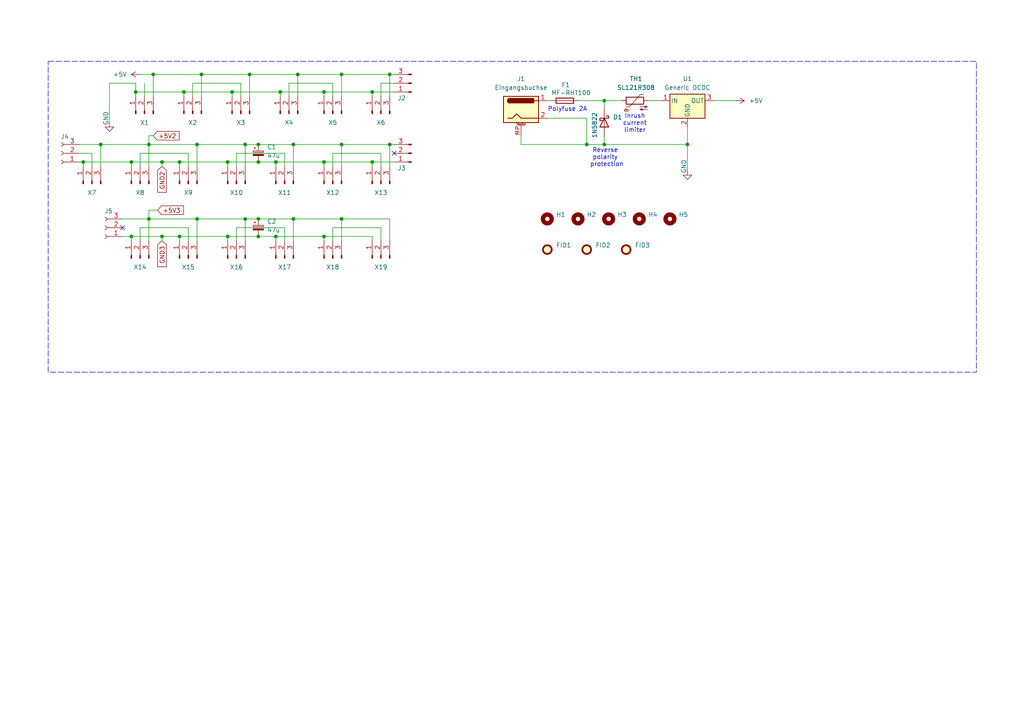
<source format=kicad_sch>
(kicad_sch (version 20250114) (generator "eeschema") (generator_version "9.0")
  (paper "A4")
  (lib_symbols
    (symbol "Connector:Barrel_Jack_MountingPin" (pin_names (hide yes))
      (property "Reference" "J" (at 0 5.334 0))
      (property "Value" "Barrel_Jack_MountingPin" (at 1.27 -6.35 0))
      (symbol "Barrel_Jack_MountingPin_0_1"
        (rectangle (start -5.08 3.81) (end 5.08 -3.81) (stroke (width 0.254)) (fill (type background)))
        (polyline (pts (xy -3.81 -2.54) (xy -2.54 -2.54) (xy -1.27 -1.27) (xy 0 -2.54) (xy 2.54 -2.54) (xy 5.08 -2.54)) (stroke (width 0.254)))
        (arc (start -3.302 1.905) (mid -3.9343 2.54) (end -3.302 3.175) (stroke (width 0.254)))
        (arc (start -3.302 1.905) (mid -3.9343 2.54) (end -3.302 3.175) (stroke (width 0.254)) (fill (type outline)))
        (rectangle (start 3.683 3.175) (end -3.302 1.905) (stroke (width 0.254)) (fill (type outline)))
        (polyline (pts (xy 5.08 2.54) (xy 3.81 2.54)) (stroke (width 0.254)))
      )
      (symbol "Barrel_Jack_MountingPin_1_1"
        (polyline (pts (xy -1.016 -4.572) (xy 1.016 -4.572)) (stroke (width 0.1524)))
        (text "Mounting" (at 0 -4.191 0) (effects (font (size 0.381 0.381))))
        (pin passive line (at 0 -7.62 90) (length 3.048) (name "MountPin") (number "MP"))
        (pin passive line (at 7.62 2.54 180) (length 2.54) (name "~") (number "1"))
        (pin passive line (at 7.62 -2.54 180) (length 2.54) (name "~") (number "2"))
      )
    )
    (symbol "Connector:Conn_01x03_Pin" (pin_names (offset 1.016) (hide yes))
      (property "Reference" "J" (at 0 5.08 0))
      (property "Value" "Conn_01x03_Pin" (at 0 -5.08 0))
      (symbol "Conn_01x03_Pin_1_1"
        (rectangle (start 0.8636 2.667) (end 0 2.413) (stroke (width 0.1524)) (fill (type outline)))
        (rectangle (start 0.8636 0.127) (end 0 -0.127) (stroke (width 0.1524)) (fill (type outline)))
        (rectangle (start 0.8636 -2.413) (end 0 -2.667) (stroke (width 0.1524)) (fill (type outline)))
        (polyline (pts (xy 1.27 2.54) (xy 0.8636 2.54)) (stroke (width 0.1524)))
        (polyline (pts (xy 1.27 0) (xy 0.8636 0)) (stroke (width 0.1524)))
        (polyline (pts (xy 1.27 -2.54) (xy 0.8636 -2.54)) (stroke (width 0.1524)))
        (pin passive line (at 5.08 2.54 180) (length 3.81) (name "Pin_1") (number "1"))
        (pin passive line (at 5.08 0 180) (length 3.81) (name "Pin_2") (number "2"))
        (pin passive line (at 5.08 -2.54 180) (length 3.81) (name "Pin_3") (number "3"))
      )
    )
    (symbol "Connector:Conn_01x03_Socket" (pin_names (offset 1.016) (hide yes))
      (property "Reference" "J" (at 0 5.08 0))
      (property "Value" "Conn_01x03_Socket" (at 0 -5.08 0))
      (symbol "Conn_01x03_Socket_1_1"
        (polyline (pts (xy -1.27 2.54) (xy -0.508 2.54)) (stroke (width 0.1524)))
        (polyline (pts (xy -1.27 0) (xy -0.508 0)) (stroke (width 0.1524)))
        (polyline (pts (xy -1.27 -2.54) (xy -0.508 -2.54)) (stroke (width 0.1524)))
        (arc (start 0 2.032) (mid -0.5058 2.54) (end 0 3.048) (stroke (width 0.1524)))
        (arc (start 0 -0.508) (mid -0.5058 0) (end 0 0.508) (stroke (width 0.1524)))
        (arc (start 0 -3.048) (mid -0.5058 -2.54) (end 0 -2.032) (stroke (width 0.1524)))
        (pin passive line (at -5.08 2.54 0) (length 3.81) (name "Pin_1") (number "1"))
        (pin passive line (at -5.08 0 0) (length 3.81) (name "Pin_2") (number "2"))
        (pin passive line (at -5.08 -2.54 0) (length 3.81) (name "Pin_3") (number "3"))
      )
    )
    (symbol "Device:C_Polarized_Small" (pin_numbers (hide yes)) (pin_names (offset 0.254) (hide yes))
      (property "Reference" "C" (at 0.254 1.778 0))
      (property "Value" "C_Polarized_Small" (at 0.254 -2.032 0))
      (symbol "C_Polarized_Small_0_1"
        (rectangle (start -1.524 0.6858) (end 1.524 0.3048))
        (rectangle (start -1.524 -0.3048) (end 1.524 -0.6858) (fill (type outline)))
        (polyline (pts (xy -1.27 1.524) (xy -0.762 1.524)))
        (polyline (pts (xy -1.016 1.27) (xy -1.016 1.778)))
      )
      (symbol "C_Polarized_Small_1_1"
        (pin passive line (at 0 2.54 270) (length 1.8542) (name "~") (number "1"))
        (pin passive line (at 0 -2.54 90) (length 1.8542) (name "~") (number "2"))
      )
    )
    (symbol "Device:D_Schottky" (pin_numbers (hide yes)) (pin_names (offset 1.016) (hide yes))
      (property "Reference" "D" (at 0 2.54 0))
      (property "Value" "D_Schottky" (at 0 -2.54 0))
      (symbol "D_Schottky_0_1"
        (polyline (pts (xy -1.905 0.635) (xy -1.905 1.27) (xy -1.27 1.27) (xy -1.27 -1.27) (xy -0.635 -1.27) (xy -0.635 -0.635)) (stroke (width 0.254)))
        (polyline (pts (xy 1.27 1.27) (xy 1.27 -1.27) (xy -1.27 0) (xy 1.27 1.27)) (stroke (width 0.254)))
        (polyline (pts (xy 1.27 0) (xy -1.27 0)))
      )
      (symbol "D_Schottky_1_1"
        (pin passive line (at -3.81 0 0) (length 2.54) (name "K") (number "1"))
        (pin passive line (at 3.81 0 180) (length 2.54) (name "A") (number "2"))
      )
    )
    (symbol "Device:Fuse" (pin_numbers (hide yes)) (pin_names (offset 0))
      (property "Reference" "F" (at 2.032 0 90))
      (property "Value" "Fuse" (at -1.905 0 90))
      (symbol "Fuse_0_1"
        (rectangle (start -0.762 -2.54) (end 0.762 2.54) (stroke (width 0.254)))
        (polyline (pts (xy 0 2.54) (xy 0 -2.54)))
      )
      (symbol "Fuse_1_1"
        (pin passive line (at 0 3.81 270) (length 1.27) (name "~") (number "1"))
        (pin passive line (at 0 -3.81 90) (length 1.27) (name "~") (number "2"))
      )
    )
    (symbol "Device:Thermistor_NTC" (pin_numbers (hide yes)) (pin_names (offset 0))
      (property "Reference" "TH" (at -4.445 0 90))
      (property "Value" "Thermistor_NTC" (at 3.175 0 90))
      (symbol "Thermistor_NTC_0_1"
        (arc (start -3.175 2.413) (mid -3.0506 2.3165) (end -3.048 2.159))
        (arc (start -3.048 2.794) (mid -2.9736 2.9736) (end -2.794 3.048))
        (arc (start -2.794 3.048) (mid -2.6144 2.9736) (end -2.54 2.794))
        (arc (start -2.794 2.54) (mid -2.9736 2.6144) (end -3.048 2.794))
        (arc (start -2.794 1.905) (mid -2.9736 1.9794) (end -3.048 2.159))
        (arc (start -2.54 2.159) (mid -2.6144 1.9794) (end -2.794 1.905))
        (arc (start -2.159 2.794) (mid -2.434 2.5608) (end -2.794 2.54))
        (polyline (pts (xy -2.54 2.159) (xy -2.54 2.794)))
        (polyline (pts (xy -2.54 -3.683) (xy -2.54 -1.397) (xy -2.794 -2.159) (xy -2.286 -2.159) (xy -2.54 -1.397) (xy -2.54 -1.651)) (fill (type outline)))
        (polyline (pts (xy -1.778 2.54) (xy -1.778 1.524) (xy 1.778 -1.524) (xy 1.778 -2.54)))
        (polyline (pts (xy -1.778 -1.397) (xy -1.778 -3.683) (xy -2.032 -2.921) (xy -1.524 -2.921) (xy -1.778 -3.683) (xy -1.778 -3.429)) (fill (type outline)))
        (rectangle (start -1.016 2.54) (end 1.016 -2.54) (stroke (width 0.254)))
      )
      (symbol "Thermistor_NTC_1_1"
        (pin passive line (at 0 3.81 270) (length 1.27) (name "~") (number "1"))
        (pin passive line (at 0 -3.81 90) (length 1.27) (name "~") (number "2"))
      )
    )
    (symbol "Mechanical:Fiducial" (exclude_from_sim yes) (in_bom no)
      (property "Reference" "FID" (at 0 5.08 0))
      (property "Value" "Fiducial" (at 0 3.175 0))
      (symbol "Fiducial_0_1"
        (circle (center 0 0) (radius 1.27) (stroke (width 0.508)) (fill (type background)))
      )
    )
    (symbol "Mechanical:MountingHole" (pin_names (offset 1.016)) (exclude_from_sim yes) (in_bom no)
      (property "Reference" "H" (at 0 5.08 0))
      (property "Value" "MountingHole" (at 0 3.175 0))
      (symbol "MountingHole_0_1"
        (circle (center 0 0) (radius 1.27) (stroke (width 1.27)))
      )
    )
    (symbol "Regulator_Switching:R-78B5.0-2.0" (pin_names (offset 0.254))
      (property "Reference" "U" (at -3.81 3.175 0))
      (property "Value" "R-78B5.0-2.0" (at 0 3.175 0))
      (symbol "R-78B5.0-2.0_0_1"
        (rectangle (start -5.08 1.905) (end 5.08 -5.08) (stroke (width 0.254)) (fill (type background)))
      )
      (symbol "R-78B5.0-2.0_1_1"
        (pin power_in line (at -7.62 0 0) (length 2.54) (name "IN") (number "1"))
        (pin power_in line (at 0 -7.62 90) (length 2.54) (name "GND") (number "2"))
        (pin power_out line (at 7.62 0 180) (length 2.54) (name "OUT") (number "3"))
      )
    )
    (symbol "power:+5V" (power) (pin_numbers (hide yes)) (pin_names (offset 0) (hide yes))
      (property "Value" "+5V" (at 0 3.556 0))
      (symbol "+5V_0_1"
        (polyline (pts (xy -0.762 1.27) (xy 0 2.54)))
        (polyline (pts (xy 0 2.54) (xy 0.762 1.27)))
        (polyline (pts (xy 0 0) (xy 0 2.54)))
      )
      (symbol "+5V_1_1"
        (pin power_in line (at 0 0 90) (length 0) (name "~") (number "1"))
      )
    )
    (symbol "power:GND" (power) (pin_numbers (hide yes)) (pin_names (offset 0) (hide yes))
      (property "Value" "GND" (at 0 -3.81 0))
      (symbol "GND_0_1"
        (polyline (pts (xy 0 0) (xy 0 -1.27) (xy 1.27 -1.27) (xy 0 -2.54) (xy -1.27 -1.27) (xy 0 -1.27)))
      )
      (symbol "GND_1_1"
        (pin power_in line (at 0 0 270) (length 0) (name "~") (number "1"))
      )
    )
  )
  (rectangle (start 13.97 17.78) (end 283.21 107.95) (stroke (width 0) (type dash)))
  (text "Polyfuse 2A" (at 164.592 31.75 0) (effects (font (size 1.27 1.27))))
  (text "Inrush\ncurrent\nlimiter" (at 184.15 35.814 0) (effects (font (size 1.27 1.27))))
  (text "Reverse \npolarity \nprotection" (at 176.022 45.72 0) (effects (font (size 1.27 1.27))))
  (junction (at 46.99 68.58))
  (junction (at 38.1 46.99))
  (junction (at 52.07 68.58))
  (junction (at 85.09 63.5))
  (junction (at 74.93 63.5))
  (junction (at 66.04 46.99))
  (junction (at 85.09 41.91))
  (junction (at 107.95 26.67))
  (junction (at 43.18 63.5))
  (junction (at 93.98 46.99))
  (junction (at 81.28 26.67))
  (junction (at 52.07 46.99))
  (junction (at 80.01 46.99))
  (junction (at 93.98 26.67))
  (junction (at 46.99 46.99))
  (junction (at 24.13 46.99))
  (junction (at 113.03 41.91))
  (junction (at 43.18 41.91))
  (junction (at 57.15 41.91))
  (junction (at 39.37 26.67))
  (junction (at 67.31 26.67))
  (junction (at 80.01 68.58))
  (junction (at 99.06 41.91))
  (junction (at 66.04 68.58))
  (junction (at 53.34 26.67))
  (junction (at 199.39 41.91))
  (junction (at 72.39 21.59))
  (junction (at 113.03 21.59))
  (junction (at 71.12 41.91))
  (junction (at 58.42 21.59))
  (junction (at 99.06 21.59))
  (junction (at 74.93 41.91))
  (junction (at 107.95 46.99))
  (junction (at 57.15 63.5))
  (junction (at 175.26 29.21))
  (junction (at 74.93 46.99))
  (junction (at 175.26 41.91))
  (junction (at 170.18 41.91))
  (junction (at 44.45 21.59))
  (junction (at 71.12 63.5))
  (junction (at 93.98 68.58))
  (junction (at 29.21 41.91))
  (junction (at 86.36 21.59))
  (junction (at 38.1 68.58))
  (junction (at 74.93 68.58))
  (junction (at 99.06 63.5))
  (no_connect (at 35.56 66.04))
  (no_connect (at 114.3 44.45))
  (wire (pts (xy 35.56 63.5) (xy 43.18 63.5)))
  (wire (pts (xy 66.04 69.85) (xy 66.04 68.58)))
  (wire (pts (xy 43.18 39.37) (xy 43.18 41.91)))
  (wire (pts (xy 86.36 21.59) (xy 86.36 27.94)))
  (wire (pts (xy 96.52 44.45) (xy 96.52 48.26)))
  (wire (pts (xy 113.03 63.5) (xy 113.03 69.85)))
  (wire (pts (xy 57.15 63.5) (xy 71.12 63.5)))
  (wire (pts (xy 22.86 41.91) (xy 29.21 41.91)))
  (wire (pts (xy 113.03 41.91) (xy 114.3 41.91)))
  (wire (pts (xy 107.95 69.85) (xy 107.95 68.58)))
  (wire (pts (xy 40.64 66.04) (xy 54.61 66.04)))
  (wire (pts (xy 93.98 27.94) (xy 93.98 26.67)))
  (wire (pts (xy 107.95 46.99) (xy 114.3 46.99)))
  (wire (pts (xy 110.49 66.04) (xy 110.49 69.85)))
  (wire (pts (xy 66.04 46.99) (xy 74.93 46.99)))
  (wire (pts (xy 93.98 68.58) (xy 107.95 68.58)))
  (wire (pts (xy 71.12 41.91) (xy 71.12 48.26)))
  (wire (pts (xy 80.01 69.85) (xy 80.01 68.58)))
  (wire (pts (xy 175.26 39.37) (xy 175.26 41.91)))
  (wire (pts (xy 99.06 63.5) (xy 99.06 69.85)))
  (wire (pts (xy 107.95 26.67) (xy 114.3 26.67)))
  (wire (pts (xy 72.39 27.94) (xy 72.39 21.59)))
  (wire (pts (xy 82.55 48.26) (xy 82.55 44.45)))
  (wire (pts (xy 43.18 39.37) (xy 44.45 39.37)))
  (wire (pts (xy 207.01 29.21) (xy 213.36 29.21)))
  (wire (pts (xy 39.37 26.67) (xy 39.37 24.13)))
  (wire (pts (xy 93.98 46.99) (xy 107.95 46.99)))
  (wire (pts (xy 80.01 46.99) (xy 93.98 46.99)))
  (wire (pts (xy 99.06 41.91) (xy 113.03 41.91)))
  (wire (pts (xy 175.26 29.21) (xy 175.26 31.75)))
  (wire (pts (xy 52.07 48.26) (xy 52.07 46.99)))
  (wire (pts (xy 38.1 48.26) (xy 38.1 46.99)))
  (wire (pts (xy 39.37 27.94) (xy 39.37 26.67)))
  (wire (pts (xy 86.36 21.59) (xy 99.06 21.59)))
  (wire (pts (xy 43.18 41.91) (xy 57.15 41.91)))
  (wire (pts (xy 68.58 44.45) (xy 68.58 48.26)))
  (wire (pts (xy 67.31 27.94) (xy 67.31 26.67)))
  (wire (pts (xy 80.01 48.26) (xy 80.01 46.99)))
  (wire (pts (xy 40.64 44.45) (xy 54.61 44.45)))
  (wire (pts (xy 72.39 21.59) (xy 86.36 21.59)))
  (wire (pts (xy 82.55 69.85) (xy 82.55 66.04)))
  (wire (pts (xy 83.82 24.13) (xy 83.82 27.94)))
  (wire (pts (xy 85.09 41.91) (xy 99.06 41.91)))
  (wire (pts (xy 99.06 27.94) (xy 99.06 21.59)))
  (wire (pts (xy 110.49 24.13) (xy 110.49 27.94)))
  (wire (pts (xy 52.07 68.58) (xy 66.04 68.58)))
  (wire (pts (xy 52.07 69.85) (xy 52.07 68.58)))
  (wire (pts (xy 93.98 69.85) (xy 93.98 68.58)))
  (wire (pts (xy 54.61 69.85) (xy 54.61 66.04)))
  (wire (pts (xy 187.96 29.21) (xy 191.77 29.21)))
  (wire (pts (xy 41.91 27.94) (xy 41.91 24.13)))
  (wire (pts (xy 96.52 44.45) (xy 110.49 44.45)))
  (wire (pts (xy 43.18 63.5) (xy 57.15 63.5)))
  (wire (pts (xy 80.01 68.58) (xy 93.98 68.58)))
  (wire (pts (xy 53.34 27.94) (xy 53.34 26.67)))
  (wire (pts (xy 39.37 24.13) (xy 31.75 24.13)))
  (wire (pts (xy 40.64 44.45) (xy 40.64 48.26)))
  (wire (pts (xy 113.03 41.91) (xy 113.03 48.26)))
  (wire (pts (xy 107.95 27.94) (xy 107.95 26.67)))
  (wire (pts (xy 199.39 41.91) (xy 199.39 36.83)))
  (wire (pts (xy 35.56 68.58) (xy 38.1 68.58)))
  (wire (pts (xy 96.52 66.04) (xy 110.49 66.04)))
  (wire (pts (xy 43.18 60.96) (xy 45.72 60.96)))
  (wire (pts (xy 199.39 41.91) (xy 199.39 49.53)))
  (wire (pts (xy 74.93 63.5) (xy 85.09 63.5)))
  (wire (pts (xy 151.13 41.91) (xy 170.18 41.91)))
  (wire (pts (xy 71.12 63.5) (xy 74.93 63.5)))
  (wire (pts (xy 71.12 41.91) (xy 74.93 41.91)))
  (wire (pts (xy 99.06 21.59) (xy 113.03 21.59)))
  (wire (pts (xy 85.09 63.5) (xy 99.06 63.5)))
  (wire (pts (xy 22.86 44.45) (xy 26.67 44.45)))
  (wire (pts (xy 57.15 41.91) (xy 71.12 41.91)))
  (wire (pts (xy 74.93 68.58) (xy 80.01 68.58)))
  (wire (pts (xy 68.58 66.04) (xy 82.55 66.04)))
  (wire (pts (xy 55.88 24.13) (xy 69.85 24.13)))
  (wire (pts (xy 46.99 68.58) (xy 46.99 69.85)))
  (wire (pts (xy 29.21 48.26) (xy 29.21 41.91)))
  (wire (pts (xy 52.07 46.99) (xy 66.04 46.99)))
  (wire (pts (xy 58.42 27.94) (xy 58.42 21.59)))
  (wire (pts (xy 44.45 21.59) (xy 44.45 27.94)))
  (wire (pts (xy 151.13 39.37) (xy 151.13 41.91)))
  (wire (pts (xy 68.58 66.04) (xy 68.58 69.85)))
  (wire (pts (xy 38.1 69.85) (xy 38.1 68.58)))
  (wire (pts (xy 66.04 48.26) (xy 66.04 46.99)))
  (wire (pts (xy 110.49 24.13) (xy 114.3 24.13)))
  (wire (pts (xy 99.06 41.91) (xy 99.06 48.26)))
  (wire (pts (xy 43.18 63.5) (xy 43.18 69.85)))
  (wire (pts (xy 167.64 29.21) (xy 175.26 29.21)))
  (wire (pts (xy 85.09 48.26) (xy 85.09 41.91)))
  (wire (pts (xy 26.67 48.26) (xy 26.67 44.45)))
  (wire (pts (xy 40.64 21.59) (xy 44.45 21.59)))
  (wire (pts (xy 81.28 27.94) (xy 81.28 26.67)))
  (wire (pts (xy 175.26 41.91) (xy 199.39 41.91)))
  (wire (pts (xy 38.1 46.99) (xy 46.99 46.99)))
  (wire (pts (xy 22.86 46.99) (xy 24.13 46.99)))
  (wire (pts (xy 107.95 48.26) (xy 107.95 46.99)))
  (wire (pts (xy 71.12 63.5) (xy 71.12 69.85)))
  (wire (pts (xy 158.75 29.21) (xy 160.02 29.21)))
  (wire (pts (xy 113.03 21.59) (xy 113.03 27.94)))
  (wire (pts (xy 44.45 21.59) (xy 58.42 21.59)))
  (wire (pts (xy 57.15 41.91) (xy 57.15 48.26)))
  (wire (pts (xy 57.15 69.85) (xy 57.15 63.5)))
  (wire (pts (xy 93.98 48.26) (xy 93.98 46.99)))
  (wire (pts (xy 74.93 46.99) (xy 80.01 46.99)))
  (wire (pts (xy 67.31 26.67) (xy 81.28 26.67)))
  (wire (pts (xy 68.58 44.45) (xy 82.55 44.45)))
  (wire (pts (xy 66.04 68.58) (xy 74.93 68.58)))
  (wire (pts (xy 175.26 29.21) (xy 180.34 29.21)))
  (wire (pts (xy 46.99 46.99) (xy 46.99 48.26)))
  (wire (pts (xy 81.28 26.67) (xy 93.98 26.67)))
  (wire (pts (xy 58.42 21.59) (xy 72.39 21.59)))
  (wire (pts (xy 96.52 27.94) (xy 96.52 24.13)))
  (wire (pts (xy 158.75 34.29) (xy 170.18 34.29)))
  (wire (pts (xy 24.13 48.26) (xy 24.13 46.99)))
  (wire (pts (xy 29.21 41.91) (xy 43.18 41.91)))
  (wire (pts (xy 40.64 69.85) (xy 40.64 66.04)))
  (wire (pts (xy 54.61 48.26) (xy 54.61 44.45)))
  (wire (pts (xy 110.49 48.26) (xy 110.49 44.45)))
  (wire (pts (xy 170.18 41.91) (xy 175.26 41.91)))
  (wire (pts (xy 31.75 24.13) (xy 31.75 35.56)))
  (wire (pts (xy 83.82 24.13) (xy 96.52 24.13)))
  (wire (pts (xy 46.99 68.58) (xy 52.07 68.58)))
  (wire (pts (xy 43.18 41.91) (xy 43.18 48.26)))
  (wire (pts (xy 53.34 26.67) (xy 67.31 26.67)))
  (wire (pts (xy 55.88 24.13) (xy 55.88 27.94)))
  (wire (pts (xy 170.18 34.29) (xy 170.18 41.91)))
  (wire (pts (xy 69.85 27.94) (xy 69.85 24.13)))
  (wire (pts (xy 43.18 60.96) (xy 43.18 63.5)))
  (wire (pts (xy 38.1 68.58) (xy 46.99 68.58)))
  (wire (pts (xy 74.93 41.91) (xy 85.09 41.91)))
  (wire (pts (xy 99.06 63.5) (xy 113.03 63.5)))
  (wire (pts (xy 85.09 69.85) (xy 85.09 63.5)))
  (wire (pts (xy 24.13 46.99) (xy 38.1 46.99)))
  (wire (pts (xy 93.98 26.67) (xy 107.95 26.67)))
  (wire (pts (xy 113.03 21.59) (xy 114.3 21.59)))
  (wire (pts (xy 96.52 66.04) (xy 96.52 69.85)))
  (wire (pts (xy 39.37 26.67) (xy 53.34 26.67)))
  (wire (pts (xy 46.99 46.99) (xy 52.07 46.99)))
  (global_label "+5V2" (shape input) (at 44.45 39.37 0) (property "Intersheetrefs" "${INTERSHEET_REFS}" (effects (hide yes))))
  (global_label "GND3" (shape input) (at 46.99 69.85 270) (property "Intersheetrefs" "${INTERSHEET_REFS}" (effects (hide yes))))
  (global_label "+5V3" (shape input) (at 45.72 60.96 0) (property "Intersheetrefs" "${INTERSHEET_REFS}" (effects (hide yes))))
  (global_label "GND2" (shape input) (at 46.99 48.26 270) (property "Intersheetrefs" "${INTERSHEET_REFS}" (effects (hide yes))))
  (symbol (lib_id "Mechanical:MountingHole") (at 185.42 63.5 0) (unit 1) (exclude_from_sim yes) (in_bom no)
    (property "Reference" "H4" (at 187.96 62.2299 0) (effects (justify left)))
    (property "Value" "MountingHole" (effects (hide yes)))
    (property "Footprint" "MountingHole:MountingHole_3.2mm_M3_DIN965" (effects (hide yes)))
    (property "Description" "Mounting Hole without connection" (effects (hide yes)))
  )
  (symbol (lib_id "power:+5V") (at 40.64 21.59 90) (unit 1)
    (property "Reference" "#PWR02" (effects (hide yes)))
    (property "Value" "+5V" (at 36.83 21.5899 90) (effects (justify left)))
    (property "Description" "Power symbol creates a global label with name \"+5V\"" (effects (hide yes)))
  )
  (symbol (lib_id "Connector:Conn_01x03_Pin") (at 68.58 53.34 90) (unit 1)
    (property "Reference" "X10" (at 68.58 55.88 90))
    (property "Value" "Conn_01x03_Pin" (effects (hide yes)))
    (property "Footprint" "Connector_PinHeader_2.54mm:PinHeader_1x03_P2.54mm_Vertical" (effects (hide yes)))
    (property "Description" "Generic connector, single row, 01x03, script generated" (effects (hide yes)))
  )
  (symbol (lib_id "Regulator_Switching:R-78B5.0-2.0") (at 199.39 29.21 0) (unit 1)
    (property "Reference" "U1" (at 199.39 22.86 0))
    (property "Value" "Generic DCDC" (at 199.39 25.4 0))
    (property "Footprint" "Converter_DCDC:Converter_DCDC_RECOM_R-78B-2.0_THT" (effects (hide yes)))
    (property "Datasheet" "https://www.recom-power.com/pdf/Innoline/R-78Bxx-2.0.pdf" (effects (hide yes)))
    (property "Description" "2A Step-Down DC/DC-Regulator, 6.5-32V input, 5.0V fixed Output Voltage, LM78xx replacement, -40°C to +85°C, SIP3" (effects (hide yes)))
  )
  (symbol (lib_id "Mechanical:MountingHole") (at 194.31 63.5 0) (unit 1) (exclude_from_sim yes) (in_bom no)
    (property "Reference" "H5" (at 196.85 62.2299 0) (effects (justify left)))
    (property "Value" "MountingHole" (effects (hide yes)))
    (property "Footprint" "MountingHole:MountingHole_3.2mm_M3_DIN965" (effects (hide yes)))
    (property "Description" "Mounting Hole without connection" (effects (hide yes)))
  )
  (symbol (lib_id "Connector:Conn_01x03_Socket") (at 30.48 66.04 180) (unit 1)
    (property "Reference" "J5" (at 31.496 61.214 0))
    (property "Value" "Conn_01x03_Socket" (effects (hide yes)))
    (property "Footprint" "Connector_PinSocket_2.54mm:PinSocket_2x02_P2.54mm_Horizontal" (effects (hide yes)))
    (property "Description" "Generic connector, single row, 01x03, script generated" (effects (hide yes)))
  )
  (symbol (lib_id "Connector:Conn_01x03_Socket") (at 17.78 44.45 180) (unit 1)
    (property "Reference" "J4" (at 18.796 39.624 0))
    (property "Value" "Conn_01x03_Socket" (effects (hide yes)))
    (property "Footprint" "Connector_PinSocket_2.54mm:PinSocket_2x02_P2.54mm_Horizontal" (effects (hide yes)))
    (property "Description" "Generic connector, single row, 01x03, script generated" (effects (hide yes)))
  )
  (symbol (lib_id "Connector:Conn_01x03_Pin") (at 119.38 24.13 180) (unit 1)
    (property "Reference" "J2" (at 115.316 28.448 0) (effects (justify right)))
    (property "Value" "Conn_01x03_Pin" (effects (hide yes)))
    (property "Footprint" "Connector_PinHeader_2.54mm:PinHeader_2x02_P2.54mm_Horizontal" (effects (hide yes)))
    (property "Description" "Generic connector, single row, 01x03, script generated" (effects (hide yes)))
  )
  (symbol (lib_id "Device:C_Polarized_Small") (at 74.93 66.04 0) (unit 1)
    (property "Reference" "C2" (at 77.47 64.2238 0) (effects (justify left)))
    (property "Value" "47u" (at 77.47 66.7638 0) (effects (justify left)))
    (property "Footprint" "Capacitor_THT:CP_Radial_D8.0mm_P5.00mm" (effects (hide yes)))
    (property "Description" "Polarized capacitor, small symbol" (effects (hide yes)))
  )
  (symbol (lib_id "Connector:Conn_01x03_Pin") (at 82.55 53.34 90) (unit 1)
    (property "Reference" "X11" (at 82.55 55.88 90))
    (property "Value" "Conn_01x03_Pin" (effects (hide yes)))
    (property "Footprint" "Connector_PinHeader_2.54mm:PinHeader_1x03_P2.54mm_Vertical" (effects (hide yes)))
    (property "Description" "Generic connector, single row, 01x03, script generated" (effects (hide yes)))
  )
  (symbol (lib_id "Connector:Conn_01x03_Pin") (at 55.88 33.02 90) (unit 1)
    (property "Reference" "X2" (at 55.88 35.56 90))
    (property "Value" "Conn_01x03_Pin" (effects (hide yes)))
    (property "Footprint" "Connector_PinHeader_2.54mm:PinHeader_1x03_P2.54mm_Vertical" (effects (hide yes)))
    (property "Description" "Generic connector, single row, 01x03, script generated" (effects (hide yes)))
  )
  (symbol (lib_id "Mechanical:Fiducial") (at 158.75 72.39 0) (unit 1) (exclude_from_sim yes) (in_bom no)
    (property "Reference" "FID1" (at 161.29 71.1199 0) (effects (justify left)))
    (property "Value" "Fiducial" (effects (hide yes)))
    (property "Footprint" "Fiducial:Fiducial_1.5mm_Mask3mm" (effects (hide yes)))
    (property "Description" "Fiducial Marker" (effects (hide yes)))
  )
  (symbol (lib_id "Connector:Conn_01x03_Pin") (at 96.52 33.02 90) (unit 1)
    (property "Reference" "X5" (at 96.52 35.56 90))
    (property "Value" "Conn_01x03_Pin" (effects (hide yes)))
    (property "Footprint" "Connector_PinHeader_2.54mm:PinHeader_1x03_P2.54mm_Vertical" (effects (hide yes)))
    (property "Description" "Generic connector, single row, 01x03, script generated" (effects (hide yes)))
  )
  (symbol (lib_id "Connector:Conn_01x03_Pin") (at 26.67 53.34 90) (unit 1)
    (property "Reference" "X7" (at 26.67 55.88 90))
    (property "Value" "Conn_01x03_Pin" (effects (hide yes)))
    (property "Footprint" "Connector_PinHeader_2.54mm:PinHeader_1x03_P2.54mm_Vertical" (effects (hide yes)))
    (property "Description" "Generic connector, single row, 01x03, script generated" (effects (hide yes)))
  )
  (symbol (lib_id "power:+5V") (at 213.36 29.21 270) (unit 1)
    (property "Reference" "#PWR08" (effects (hide yes)))
    (property "Value" "+5V" (at 217.17 29.2099 90) (effects (justify left)))
    (property "Description" "Power symbol creates a global label with name \"+5V\"" (effects (hide yes)))
  )
  (symbol (lib_id "Connector:Conn_01x03_Pin") (at 110.49 74.93 90) (unit 1)
    (property "Reference" "X19" (at 110.49 77.47 90))
    (property "Value" "Conn_01x03_Pin" (effects (hide yes)))
    (property "Footprint" "Connector_PinHeader_2.54mm:PinHeader_1x03_P2.54mm_Vertical" (effects (hide yes)))
    (property "Description" "Generic connector, single row, 01x03, script generated" (effects (hide yes)))
  )
  (symbol (lib_id "Connector:Conn_01x03_Pin") (at 54.61 74.93 90) (unit 1)
    (property "Reference" "X15" (at 54.61 77.47 90))
    (property "Value" "Conn_01x03_Pin" (effects (hide yes)))
    (property "Footprint" "Connector_PinHeader_2.54mm:PinHeader_1x03_P2.54mm_Vertical" (effects (hide yes)))
    (property "Description" "Generic connector, single row, 01x03, script generated" (effects (hide yes)))
  )
  (symbol (lib_id "Connector:Conn_01x03_Pin") (at 68.58 74.93 90) (unit 1)
    (property "Reference" "X16" (at 68.58 77.47 90))
    (property "Value" "Conn_01x03_Pin" (effects (hide yes)))
    (property "Footprint" "Connector_PinHeader_2.54mm:PinHeader_1x03_P2.54mm_Vertical" (effects (hide yes)))
    (property "Description" "Generic connector, single row, 01x03, script generated" (effects (hide yes)))
  )
  (symbol (lib_id "Connector:Conn_01x03_Pin") (at 110.49 53.34 90) (unit 1)
    (property "Reference" "X13" (at 110.49 55.88 90))
    (property "Value" "Conn_01x03_Pin" (effects (hide yes)))
    (property "Footprint" "Connector_PinHeader_2.54mm:PinHeader_1x03_P2.54mm_Vertical" (effects (hide yes)))
    (property "Description" "Generic connector, single row, 01x03, script generated" (effects (hide yes)))
  )
  (symbol (lib_id "Device:Fuse") (at 163.83 29.21 90) (unit 1)
    (property "Reference" "F1" (at 164.084 24.638 90))
    (property "Value" "MF-RHT100" (at 165.608 26.924 90))
    (property "Footprint" "Fuse:Fuse_Bourns_MF-RHT100" (effects (hide yes)))
    (property "Description" "Fuse" (effects (hide yes)))
  )
  (symbol (lib_id "Connector:Barrel_Jack_MountingPin") (at 151.13 31.75 0) (unit 1)
    (property "Reference" "J1" (at 151.13 22.86 0))
    (property "Value" "Eingangsbuchse" (at 151.13 25.4 0))
    (property "Footprint" "Connector_BarrelJack:BarrelJack_GCT_DCJ200-10-A_Horizontal" (effects (hide yes)))
    (property "Description" "DC Barrel Jack with a mounting pin" (effects (hide yes)))
  )
  (symbol (lib_id "power:GND") (at 199.39 49.53 0) (unit 1)
    (property "Reference" "#PWR07" (effects (hide yes)))
    (property "Value" "GND" (at 198.374 48.26 90))
    (property "Description" "Power symbol creates a global label with name \"GND\" , ground" (effects (hide yes)))
  )
  (symbol (lib_id "Connector:Conn_01x03_Pin") (at 83.82 33.02 90) (unit 1)
    (property "Reference" "X4" (at 83.82 35.56 90))
    (property "Value" "Conn_01x03_Pin" (effects (hide yes)))
    (property "Footprint" "Connector_PinHeader_2.54mm:PinHeader_1x03_P2.54mm_Vertical" (effects (hide yes)))
    (property "Description" "Generic connector, single row, 01x03, script generated" (effects (hide yes)))
  )
  (symbol (lib_id "Device:D_Schottky") (at 175.26 35.56 270) (unit 1)
    (property "Reference" "D1" (at 177.8 33.9724 90) (effects (justify left)))
    (property "Value" "1N5822" (at 172.466 32.512 0) (effects (justify left)))
    (property "Footprint" "Diode_THT:D_A-405_P2.54mm_Vertical_AnodeUp" (effects (hide yes)))
    (property "Description" "Schottky diode" (effects (hide yes)))
  )
  (symbol (lib_id "Connector:Conn_01x03_Pin") (at 96.52 74.93 90) (unit 1)
    (property "Reference" "X18" (at 96.52 77.47 90))
    (property "Value" "Conn_01x03_Pin" (effects (hide yes)))
    (property "Footprint" "Connector_PinHeader_2.54mm:PinHeader_1x03_P2.54mm_Vertical" (effects (hide yes)))
    (property "Description" "Generic connector, single row, 01x03, script generated" (effects (hide yes)))
  )
  (symbol (lib_id "power:GND") (at 31.75 35.56 0) (unit 1)
    (property "Reference" "#PWR01" (effects (hide yes)))
    (property "Value" "GND" (at 30.734 34.29 90))
    (property "Description" "Power symbol creates a global label with name \"GND\" , ground" (effects (hide yes)))
  )
  (symbol (lib_id "Connector:Conn_01x03_Pin") (at 110.49 33.02 90) (unit 1)
    (property "Reference" "X6" (at 110.49 35.56 90))
    (property "Value" "Conn_01x03_Pin" (effects (hide yes)))
    (property "Footprint" "Connector_PinHeader_2.54mm:PinHeader_1x03_P2.54mm_Vertical" (effects (hide yes)))
    (property "Description" "Generic connector, single row, 01x03, script generated" (effects (hide yes)))
  )
  (symbol (lib_id "Connector:Conn_01x03_Pin") (at 40.64 53.34 90) (unit 1)
    (property "Reference" "X8" (at 40.64 55.88 90))
    (property "Value" "Conn_01x03_Pin" (effects (hide yes)))
    (property "Footprint" "Connector_PinHeader_2.54mm:PinHeader_1x03_P2.54mm_Vertical" (effects (hide yes)))
    (property "Description" "Generic connector, single row, 01x03, script generated" (effects (hide yes)))
  )
  (symbol (lib_id "Connector:Conn_01x03_Pin") (at 69.85 33.02 90) (unit 1)
    (property "Reference" "X3" (at 69.85 35.56 90))
    (property "Value" "Conn_01x03_Pin" (effects (hide yes)))
    (property "Footprint" "Connector_PinHeader_2.54mm:PinHeader_1x03_P2.54mm_Vertical" (effects (hide yes)))
    (property "Description" "Generic connector, single row, 01x03, script generated" (effects (hide yes)))
  )
  (symbol (lib_id "Device:C_Polarized_Small") (at 74.93 44.45 0) (unit 1)
    (property "Reference" "C1" (at 77.47 42.6338 0) (effects (justify left)))
    (property "Value" "47u" (at 77.47 45.1738 0) (effects (justify left)))
    (property "Footprint" "Capacitor_THT:CP_Radial_D8.0mm_P5.00mm" (effects (hide yes)))
    (property "Description" "Polarized capacitor, small symbol" (effects (hide yes)))
  )
  (symbol (lib_id "Mechanical:MountingHole") (at 176.53 63.5 0) (unit 1) (exclude_from_sim yes) (in_bom no)
    (property "Reference" "H3" (at 179.07 62.2299 0) (effects (justify left)))
    (property "Value" "MountingHole" (effects (hide yes)))
    (property "Footprint" "MountingHole:MountingHole_3.2mm_M3_DIN965" (effects (hide yes)))
    (property "Description" "Mounting Hole without connection" (effects (hide yes)))
  )
  (symbol (lib_id "Mechanical:Fiducial") (at 181.61 72.39 0) (unit 1) (exclude_from_sim yes) (in_bom no)
    (property "Reference" "FID3" (at 184.15 71.1199 0) (effects (justify left)))
    (property "Value" "Fiducial" (effects (hide yes)))
    (property "Footprint" "Fiducial:Fiducial_1.5mm_Mask3mm" (effects (hide yes)))
    (property "Description" "Fiducial Marker" (effects (hide yes)))
  )
  (symbol (lib_id "Device:Thermistor_NTC") (at 184.15 29.21 90) (unit 1)
    (property "Reference" "TH1" (at 184.4675 22.86 90))
    (property "Value" "SL121R308" (at 184.4675 25.4 90))
    (property "Footprint" "Capacitor_THT:C_Disc_D12.0mm_W4.4mm_P7.75mm" (effects (hide yes)))
    (property "Description" "Temperature dependent resistor, negative temperature coefficient" (effects (hide yes)))
  )
  (symbol (lib_id "Connector:Conn_01x03_Pin") (at 119.38 44.45 180) (unit 1)
    (property "Reference" "J3" (at 115.316 48.768 0) (effects (justify right)))
    (property "Value" "Conn_01x03_Pin" (effects (hide yes)))
    (property "Footprint" "Connector_PinHeader_2.54mm:PinHeader_2x02_P2.54mm_Horizontal" (effects (hide yes)))
    (property "Description" "Generic connector, single row, 01x03, script generated" (effects (hide yes)))
  )
  (symbol (lib_id "Connector:Conn_01x03_Pin") (at 41.91 33.02 90) (unit 1)
    (property "Reference" "X1" (at 41.91 35.56 90))
    (property "Value" "Conn_01x03_Pin" (effects (hide yes)))
    (property "Footprint" "Connector_PinHeader_2.54mm:PinHeader_1x03_P2.54mm_Vertical" (effects (hide yes)))
    (property "Description" "Generic connector, single row, 01x03, script generated" (effects (hide yes)))
  )
  (symbol (lib_id "Connector:Conn_01x03_Pin") (at 40.64 74.93 90) (unit 1)
    (property "Reference" "X14" (at 40.64 77.47 90))
    (property "Value" "Conn_01x03_Pin" (effects (hide yes)))
    (property "Footprint" "Connector_PinHeader_2.54mm:PinHeader_1x03_P2.54mm_Vertical" (effects (hide yes)))
    (property "Description" "Generic connector, single row, 01x03, script generated" (effects (hide yes)))
  )
  (symbol (lib_id "Connector:Conn_01x03_Pin") (at 82.55 74.93 90) (unit 1)
    (property "Reference" "X17" (at 82.55 77.47 90))
    (property "Value" "Conn_01x03_Pin" (effects (hide yes)))
    (property "Footprint" "Connector_PinHeader_2.54mm:PinHeader_1x03_P2.54mm_Vertical" (effects (hide yes)))
    (property "Description" "Generic connector, single row, 01x03, script generated" (effects (hide yes)))
  )
  (symbol (lib_id "Mechanical:MountingHole") (at 167.64 63.5 0) (unit 1) (exclude_from_sim yes) (in_bom no)
    (property "Reference" "H2" (at 170.18 62.2299 0) (effects (justify left)))
    (property "Value" "MountingHole" (effects (hide yes)))
    (property "Footprint" "MountingHole:MountingHole_3.2mm_M3_DIN965" (effects (hide yes)))
    (property "Description" "Mounting Hole without connection" (effects (hide yes)))
  )
  (symbol (lib_id "Mechanical:MountingHole") (at 158.75 63.5 0) (unit 1) (exclude_from_sim yes) (in_bom no)
    (property "Reference" "H1" (at 161.29 62.2299 0) (effects (justify left)))
    (property "Value" "MountingHole" (effects (hide yes)))
    (property "Footprint" "MountingHole:MountingHole_3.2mm_M3_DIN965" (effects (hide yes)))
    (property "Description" "Mounting Hole without connection" (effects (hide yes)))
  )
  (symbol (lib_id "Connector:Conn_01x03_Pin") (at 96.52 53.34 90) (unit 1)
    (property "Reference" "X12" (at 96.52 55.88 90))
    (property "Value" "Conn_01x03_Pin" (effects (hide yes)))
    (property "Footprint" "Connector_PinHeader_2.54mm:PinHeader_1x03_P2.54mm_Vertical" (effects (hide yes)))
    (property "Description" "Generic connector, single row, 01x03, script generated" (effects (hide yes)))
  )
  (symbol (lib_id "Connector:Conn_01x03_Pin") (at 54.61 53.34 90) (unit 1)
    (property "Reference" "X9" (at 54.61 55.88 90))
    (property "Value" "Conn_01x03_Pin" (effects (hide yes)))
    (property "Footprint" "Connector_PinHeader_2.54mm:PinHeader_1x03_P2.54mm_Vertical" (effects (hide yes)))
    (property "Description" "Generic connector, single row, 01x03, script generated" (effects (hide yes)))
  )
  (symbol (lib_id "Mechanical:Fiducial") (at 170.18 72.39 0) (unit 1) (exclude_from_sim yes) (in_bom no)
    (property "Reference" "FID2" (at 172.72 71.1199 0) (effects (justify left)))
    (property "Value" "Fiducial" (effects (hide yes)))
    (property "Footprint" "Fiducial:Fiducial_1.5mm_Mask3mm" (effects (hide yes)))
    (property "Description" "Fiducial Marker" (effects (hide yes)))
  )
)
</source>
